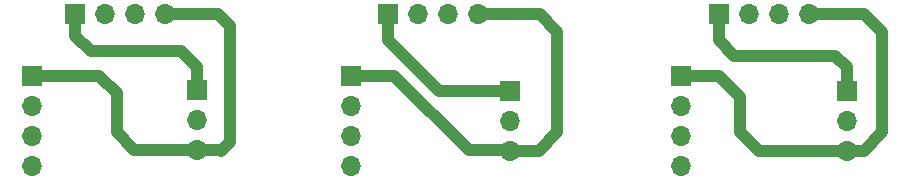
<source format=gbr>
%TF.GenerationSoftware,KiCad,Pcbnew,9.0.0*%
%TF.CreationDate,2025-05-15T14:39:23+07:00*%
%TF.ProjectId,PCB AS5600,50434220-4153-4353-9630-302e6b696361,rev?*%
%TF.SameCoordinates,Original*%
%TF.FileFunction,Copper,L2,Bot*%
%TF.FilePolarity,Positive*%
%FSLAX46Y46*%
G04 Gerber Fmt 4.6, Leading zero omitted, Abs format (unit mm)*
G04 Created by KiCad (PCBNEW 9.0.0) date 2025-05-15 14:39:23*
%MOMM*%
%LPD*%
G01*
G04 APERTURE LIST*
%TA.AperFunction,ComponentPad*%
%ADD10R,1.700000X1.700000*%
%TD*%
%TA.AperFunction,ComponentPad*%
%ADD11O,1.700000X1.700000*%
%TD*%
%TA.AperFunction,Conductor*%
%ADD12C,1.000000*%
%TD*%
G04 APERTURE END LIST*
D10*
%TO.P,J9,1,Pin_1*%
%TO.N,VCC3*%
X203500000Y-58460000D03*
D11*
%TO.P,J9,2,Pin_2*%
%TO.N,OUT3*%
X203500000Y-61000000D03*
%TO.P,J9,3,Pin_3*%
%TO.N,DIR3*%
X203500000Y-63540000D03*
%TD*%
D10*
%TO.P,J3,1,Pin_1*%
%TO.N,VCC1*%
X138200000Y-52000000D03*
D11*
%TO.P,J3,2,Pin_2*%
%TO.N,SCL1*%
X140740000Y-52000000D03*
%TO.P,J3,3,Pin_3*%
%TO.N,SDA1*%
X143280000Y-52000000D03*
%TO.P,J3,4,Pin_4*%
%TO.N,DIR1*%
X145820000Y-52000000D03*
%TD*%
D10*
%TO.P,J4,1,Pin_1*%
%TO.N,DIR2*%
X161500000Y-57200000D03*
D11*
%TO.P,J4,2,Pin_2*%
%TO.N,SCL2*%
X161500000Y-59740000D03*
%TO.P,J4,3,Pin_3*%
%TO.N,SDA2*%
X161500000Y-62280000D03*
%TO.P,J4,4,Pin_4*%
%TO.N,GPO2*%
X161500000Y-64820000D03*
%TD*%
D10*
%TO.P,J2,1,Pin_1*%
%TO.N,VCC1*%
X148500000Y-58420000D03*
D11*
%TO.P,J2,2,Pin_2*%
%TO.N,OUT1*%
X148500000Y-60960000D03*
%TO.P,J2,3,Pin_3*%
%TO.N,DIR1*%
X148500000Y-63500000D03*
%TD*%
D10*
%TO.P,J6,1,Pin_1*%
%TO.N,VCC2*%
X175000000Y-58460000D03*
D11*
%TO.P,J6,2,Pin_2*%
%TO.N,OUT2*%
X175000000Y-61000000D03*
%TO.P,J6,3,Pin_3*%
%TO.N,DIR2*%
X175000000Y-63540000D03*
%TD*%
D10*
%TO.P,J8,1,Pin_1*%
%TO.N,VCC3*%
X192700000Y-52000000D03*
D11*
%TO.P,J8,2,Pin_2*%
%TO.N,SCL3*%
X195240000Y-52000000D03*
%TO.P,J8,3,Pin_3*%
%TO.N,SDA3*%
X197780000Y-52000000D03*
%TO.P,J8,4,Pin_4*%
%TO.N,DIR3*%
X200320000Y-52000000D03*
%TD*%
D10*
%TO.P,J1,1,Pin_1*%
%TO.N,DIR1*%
X134500000Y-57200000D03*
D11*
%TO.P,J1,2,Pin_2*%
%TO.N,SCL1*%
X134500000Y-59740000D03*
%TO.P,J1,3,Pin_3*%
%TO.N,SDA1*%
X134500000Y-62280000D03*
%TO.P,J1,4,Pin_4*%
%TO.N,GPO1*%
X134500000Y-64820000D03*
%TD*%
D10*
%TO.P,J7,1,Pin_1*%
%TO.N,DIR3*%
X189500000Y-57200000D03*
D11*
%TO.P,J7,2,Pin_2*%
%TO.N,SCL3*%
X189500000Y-59740000D03*
%TO.P,J7,3,Pin_3*%
%TO.N,SDA3*%
X189500000Y-62280000D03*
%TO.P,J7,4,Pin_4*%
%TO.N,GPO3*%
X189500000Y-64820000D03*
%TD*%
D10*
%TO.P,J5,1,Pin_1*%
%TO.N,VCC2*%
X164700000Y-52000000D03*
D11*
%TO.P,J5,2,Pin_2*%
%TO.N,SCL2*%
X167240000Y-52000000D03*
%TO.P,J5,3,Pin_3*%
%TO.N,SDA2*%
X169780000Y-52000000D03*
%TO.P,J5,4,Pin_4*%
%TO.N,DIR2*%
X172320000Y-52000000D03*
%TD*%
D12*
%TO.N,DIR1*%
X148500000Y-63500000D02*
X143180000Y-63500000D01*
X143180000Y-63500000D02*
X141680000Y-62000000D01*
X140200000Y-57200000D02*
X134500000Y-57200000D01*
X141680000Y-62000000D02*
X141680000Y-58680000D01*
X150520000Y-63500000D02*
X148500000Y-63500000D01*
X151300000Y-62800000D02*
X151300000Y-53000000D01*
X150300000Y-52000000D02*
X145820000Y-52000000D01*
X150560000Y-63540000D02*
X151300000Y-62800000D01*
X150560000Y-63540000D02*
X150520000Y-63500000D01*
X141680000Y-58680000D02*
X140200000Y-57200000D01*
X151300000Y-53000000D02*
X150300000Y-52000000D01*
%TO.N,VCC1*%
X148500000Y-56500000D02*
X148500000Y-58420000D01*
X138200000Y-52000000D02*
X138200000Y-53800000D01*
X147100000Y-55100000D02*
X148500000Y-56500000D01*
X138200000Y-53800000D02*
X139500000Y-55100000D01*
X139500000Y-55100000D02*
X147100000Y-55100000D01*
%TO.N,DIR2*%
X161500000Y-57200000D02*
X165200000Y-57200000D01*
X177460000Y-63540000D02*
X175000000Y-63540000D01*
X174960000Y-63500000D02*
X175000000Y-63540000D01*
X171500000Y-63500000D02*
X174960000Y-63500000D01*
X179000000Y-53500000D02*
X179000000Y-62000000D01*
X172320000Y-52000000D02*
X177500000Y-52000000D01*
X177500000Y-52000000D02*
X179000000Y-53500000D01*
X165200000Y-57200000D02*
X171500000Y-63500000D01*
X179000000Y-62000000D02*
X177460000Y-63540000D01*
%TO.N,VCC2*%
X164700000Y-52000000D02*
X164700000Y-54200000D01*
X168960000Y-58460000D02*
X175000000Y-58460000D01*
X164700000Y-54200000D02*
X168960000Y-58460000D01*
%TO.N,DIR3*%
X204960000Y-63540000D02*
X203500000Y-63540000D01*
X206500000Y-62000000D02*
X204960000Y-63540000D01*
X192700000Y-57200000D02*
X194500000Y-59000000D01*
X205000000Y-52000000D02*
X206500000Y-53500000D01*
X194500000Y-62000000D02*
X196040000Y-63540000D01*
X200320000Y-52000000D02*
X205000000Y-52000000D01*
X189500000Y-57200000D02*
X192700000Y-57200000D01*
X194500000Y-59000000D02*
X194500000Y-62000000D01*
X206500000Y-53500000D02*
X206500000Y-62000000D01*
X196040000Y-63540000D02*
X203500000Y-63540000D01*
%TO.N,VCC3*%
X192700000Y-54200000D02*
X194000000Y-55500000D01*
X203500000Y-56500000D02*
X203500000Y-58460000D01*
X192700000Y-52000000D02*
X192700000Y-54200000D01*
X194000000Y-55500000D02*
X202500000Y-55500000D01*
X202500000Y-55500000D02*
X203500000Y-56500000D01*
%TD*%
M02*

</source>
